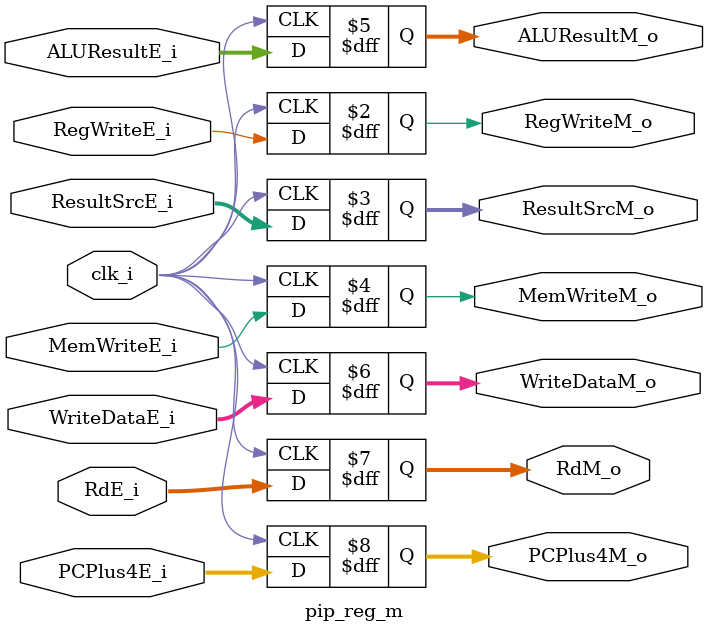
<source format=sv>
module pip_reg_m #( //Execute to memory stage
    PC_WIDTH = 32,
    INSTRUCTION_WIDTH = 32,
    REGISTER_ADDRESS_WIDTH = 5
)( 
    input   logic                           clk_i,

    input   logic                           RegWriteE_i, //Execute
    output  logic                           RegWriteM_o, //Memory
    
    input   logic[1:0]                      ResultSrcE_i, //Execute
    output  logic[1:0]                      ResultSrcM_o, //Memory

    input   logic                           MemWriteE_i, //Execute
    output  logic                           MemWriteM_o, //Memory

    input   logic [INSTRUCTION_WIDTH-1:0]   ALUResultE_i, //Execute
    output  logic [INSTRUCTION_WIDTH-1:0]   ALUResultM_o, //Memory

    input   logic [INSTRUCTION_WIDTH-1:0]   WriteDataE_i, //Execute
    output  logic [INSTRUCTION_WIDTH-1:0]   WriteDataM_o, //Memory
    
    input   logic [REGISTER_ADDRESS_WIDTH-1:0]  RdE_i, //Execute
    output  logic [REGISTER_ADDRESS_WIDTH-1:0]  RdM_o, //Memory
    
    input   logic [PC_WIDTH-1:0]            PCPlus4E_i, //Execute
    output  logic [PC_WIDTH-1:0]            PCPlus4M_o, //Memory
    
);

always_ff @(posedge clk_i) begin
   
    RegWriteM_o     <= RegWriteE_i;     
    ResultSrcM_o    <= ResultSrcE_i;    
    MemWriteM_o     <= MemWriteE_i;     
    ALUResultM_o    <= ALUResultE_i;    
    WriteDataM_o    <= WriteDataE_i;    
    RdM_o           <= RdE_i;
    PCPlus4M_o      <= PCPlus4E_i;       
   
    
end
endmodule

</source>
